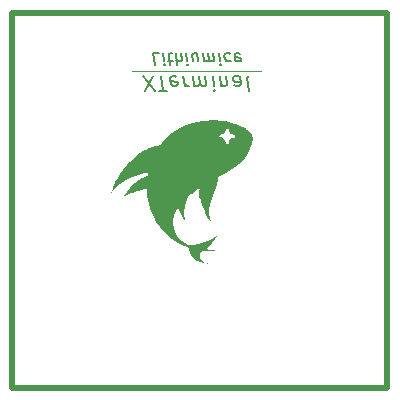
<source format=gbr>
%TF.GenerationSoftware,KiCad,Pcbnew,(6.0.0-rc1-323-gb9e66d8b98)*%
%TF.CreationDate,2021-12-09T23:12:50+08:00*%
%TF.ProjectId,Xterminal,58746572-6d69-46e6-916c-2e6b69636164,rev?*%
%TF.SameCoordinates,PXb340ac0PY76b1be0*%
%TF.FileFunction,Legend,Bot*%
%TF.FilePolarity,Positive*%
%FSLAX46Y46*%
G04 Gerber Fmt 4.6, Leading zero omitted, Abs format (unit mm)*
G04 Created by KiCad (PCBNEW (6.0.0-rc1-323-gb9e66d8b98)) date 2021-12-09 23:12:50*
%MOMM*%
%LPD*%
G01*
G04 APERTURE LIST*
%ADD10C,0.076200*%
%TA.AperFunction,Profile*%
%ADD11C,0.500000*%
%TD*%
%ADD12C,0.203200*%
%ADD13C,0.300000*%
G04 APERTURE END LIST*
D10*
X10083800Y26822400D02*
X21005800Y26822400D01*
D11*
X0Y31750000D02*
X31750000Y31750000D01*
X31750000Y31750000D02*
X31750000Y0D01*
X31750000Y0D02*
X0Y0D01*
X0Y0D02*
X0Y31750000D01*
D12*
X12406660Y28298020D02*
X11922850Y28298020D01*
X12049850Y27282020D01*
X12745326Y28298020D02*
X12829993Y27620686D01*
X12872326Y27282020D02*
X12817898Y27330400D01*
X12860231Y27378781D01*
X12914660Y27330400D01*
X12872326Y27282020D01*
X12860231Y27378781D01*
X13168660Y27620686D02*
X13555707Y27620686D01*
X13356136Y27282020D02*
X13247279Y28152877D01*
X13283565Y28249639D01*
X13374279Y28298020D01*
X13471041Y28298020D01*
X13809707Y28298020D02*
X13936707Y27282020D01*
X14245136Y28298020D02*
X14311660Y27765829D01*
X14275374Y27669067D01*
X14184660Y27620686D01*
X14039517Y27620686D01*
X13936707Y27669067D01*
X13882279Y27717448D01*
X14728945Y28298020D02*
X14813612Y27620686D01*
X14855945Y27282020D02*
X14801517Y27330400D01*
X14843850Y27378781D01*
X14898279Y27330400D01*
X14855945Y27282020D01*
X14843850Y27378781D01*
X15732850Y27620686D02*
X15648184Y28298020D01*
X15297422Y27620686D02*
X15230898Y28152877D01*
X15267184Y28249639D01*
X15357898Y28298020D01*
X15503041Y28298020D01*
X15605850Y28249639D01*
X15660279Y28201258D01*
X16131993Y28298020D02*
X16216660Y27620686D01*
X16204565Y27717448D02*
X16258993Y27669067D01*
X16361803Y27620686D01*
X16506945Y27620686D01*
X16597660Y27669067D01*
X16633945Y27765829D01*
X16567422Y28298020D01*
X16633945Y27765829D02*
X16694422Y27669067D01*
X16797231Y27620686D01*
X16942374Y27620686D01*
X17033088Y27669067D01*
X17069374Y27765829D01*
X17002850Y28298020D01*
X17486660Y28298020D02*
X17571326Y27620686D01*
X17613660Y27282020D02*
X17559231Y27330400D01*
X17601565Y27378781D01*
X17655993Y27330400D01*
X17613660Y27282020D01*
X17601565Y27378781D01*
X18411945Y28249639D02*
X18309136Y28298020D01*
X18115612Y28298020D01*
X18024898Y28249639D01*
X17982565Y28201258D01*
X17946279Y28104496D01*
X17982565Y27814210D01*
X18043041Y27717448D01*
X18097469Y27669067D01*
X18200279Y27620686D01*
X18393803Y27620686D01*
X18484517Y27669067D01*
X19234422Y28249639D02*
X19131612Y28298020D01*
X18938088Y28298020D01*
X18847374Y28249639D01*
X18811088Y28152877D01*
X18859469Y27765829D01*
X18919945Y27669067D01*
X19022755Y27620686D01*
X19216279Y27620686D01*
X19306993Y27669067D01*
X19343279Y27765829D01*
X19331184Y27862591D01*
X18835279Y27959353D01*
X11235077Y25110924D02*
X11922994Y26380924D01*
X12081744Y25110924D02*
X11076327Y26380924D01*
X12384125Y25110924D02*
X13109839Y25110924D01*
X12588232Y26380924D02*
X12746982Y25110924D01*
X13865791Y26320448D02*
X13737280Y26380924D01*
X13495375Y26380924D01*
X13381982Y26320448D01*
X13336625Y26199496D01*
X13397101Y25715686D01*
X13472696Y25594734D01*
X13601208Y25534258D01*
X13843113Y25534258D01*
X13956506Y25594734D01*
X14001863Y25715686D01*
X13986744Y25836639D01*
X13366863Y25957591D01*
X14462994Y26380924D02*
X14568827Y25534258D01*
X14538589Y25776162D02*
X14614184Y25655210D01*
X14682220Y25594734D01*
X14810732Y25534258D01*
X14931684Y25534258D01*
X15249184Y26380924D02*
X15355018Y25534258D01*
X15339899Y25655210D02*
X15407934Y25594734D01*
X15536446Y25534258D01*
X15717875Y25534258D01*
X15831268Y25594734D01*
X15876625Y25715686D01*
X15793470Y26380924D01*
X15876625Y25715686D02*
X15952220Y25594734D01*
X16080732Y25534258D01*
X16262161Y25534258D01*
X16375553Y25594734D01*
X16420911Y25715686D01*
X16337756Y26380924D01*
X16942518Y26380924D02*
X17048351Y25534258D01*
X17101268Y25110924D02*
X17033232Y25171400D01*
X17086149Y25231877D01*
X17154184Y25171400D01*
X17101268Y25110924D01*
X17086149Y25231877D01*
X17653113Y25534258D02*
X17547280Y26380924D01*
X17637994Y25655210D02*
X17706030Y25594734D01*
X17834541Y25534258D01*
X18015970Y25534258D01*
X18129363Y25594734D01*
X18174720Y25715686D01*
X18091565Y26380924D01*
X19240613Y26380924D02*
X19323768Y25715686D01*
X19278411Y25594734D01*
X19165018Y25534258D01*
X18923113Y25534258D01*
X18794601Y25594734D01*
X19248172Y26320448D02*
X19119661Y26380924D01*
X18817280Y26380924D01*
X18703887Y26320448D01*
X18658530Y26199496D01*
X18673649Y26078543D01*
X18749244Y25957591D01*
X18877756Y25897115D01*
X19180137Y25897115D01*
X19308649Y25836639D01*
X20026803Y26380924D02*
X19913411Y26320448D01*
X19868053Y26199496D01*
X20004125Y25110924D01*
D13*
%TO.C,G\u002A\u002A\u002A*%
X15998371Y17475200D02*
X16143514Y17547772D01*
X16361228Y17547772D01*
X16578942Y17475200D01*
X16724085Y17330058D01*
X16796657Y17184915D01*
X16869228Y16894629D01*
X16869228Y16676915D01*
X16796657Y16386629D01*
X16724085Y16241486D01*
X16578942Y16096343D01*
X16361228Y16023772D01*
X16216085Y16023772D01*
X15998371Y16096343D01*
X15925800Y16168915D01*
X15925800Y16676915D01*
X16216085Y16676915D01*
X15054942Y17547772D02*
X15054942Y17184915D01*
X15417800Y17330058D02*
X15054942Y17184915D01*
X14692085Y17330058D01*
X15272657Y16894629D02*
X15054942Y17184915D01*
X14837228Y16894629D01*
X13893800Y17547772D02*
X13893800Y17184915D01*
X14256657Y17330058D02*
X13893800Y17184915D01*
X13530942Y17330058D01*
X14111514Y16894629D02*
X13893800Y17184915D01*
X13676085Y16894629D01*
X12732657Y17547772D02*
X12732657Y17184915D01*
X13095514Y17330058D02*
X12732657Y17184915D01*
X12369800Y17330058D01*
X12950371Y16894629D02*
X12732657Y17184915D01*
X12514942Y16894629D01*
G36*
X14939492Y11706905D02*
G01*
X14921209Y11799552D01*
X14920346Y11804662D01*
X14917551Y11819769D01*
X14914927Y11831973D01*
X14913226Y11838307D01*
X14921383Y11838307D01*
X14922983Y11836707D01*
X14924583Y11838307D01*
X14922983Y11839907D01*
X14921383Y11838307D01*
X14913226Y11838307D01*
X14912736Y11840133D01*
X14911240Y11843107D01*
X14910719Y11843203D01*
X14905391Y11844833D01*
X14895257Y11848234D01*
X14881248Y11853085D01*
X14864295Y11859064D01*
X14845328Y11865851D01*
X14841939Y11867073D01*
X14690747Y11924702D01*
X15366155Y11924702D01*
X15367755Y11923102D01*
X15369355Y11924702D01*
X15367755Y11926302D01*
X15366155Y11924702D01*
X14690747Y11924702D01*
X14683753Y11927368D01*
X15354423Y11927368D01*
X15354892Y11926985D01*
X15358689Y11927368D01*
X15359190Y11928331D01*
X15356556Y11929501D01*
X15354862Y11929270D01*
X15354423Y11927368D01*
X14683753Y11927368D01*
X14677677Y11929684D01*
X14675584Y11930568D01*
X15341624Y11930568D01*
X15342092Y11930185D01*
X15345890Y11930568D01*
X15346390Y11931530D01*
X15343757Y11932701D01*
X15342063Y11932470D01*
X15341624Y11930568D01*
X14675584Y11930568D01*
X14668008Y11933768D01*
X15332024Y11933768D01*
X15332493Y11933385D01*
X15336291Y11933768D01*
X15336791Y11934730D01*
X15334157Y11935901D01*
X15332463Y11935670D01*
X15332024Y11933768D01*
X14668008Y11933768D01*
X14657194Y11938336D01*
X15319546Y11938336D01*
X15320758Y11936915D01*
X15322609Y11936404D01*
X15326891Y11937168D01*
X15326842Y11938260D01*
X15322691Y11938848D01*
X15319546Y11938336D01*
X14657194Y11938336D01*
X14652859Y11940167D01*
X15309626Y11940167D01*
X15310095Y11939784D01*
X15313892Y11940167D01*
X15314393Y11941130D01*
X15311759Y11942301D01*
X15310065Y11942070D01*
X15309626Y11940167D01*
X14652859Y11940167D01*
X14635226Y11947615D01*
X15287470Y11947615D01*
X15290960Y11945500D01*
X15295311Y11943978D01*
X15302159Y11942750D01*
X15304049Y11943385D01*
X15300559Y11945500D01*
X15296208Y11947023D01*
X15289360Y11948250D01*
X15287470Y11947615D01*
X14635226Y11947615D01*
X14630131Y11949767D01*
X15277628Y11949767D01*
X15278097Y11949384D01*
X15281894Y11949767D01*
X15282395Y11950729D01*
X15279761Y11951900D01*
X15278067Y11951669D01*
X15277628Y11949767D01*
X14630131Y11949767D01*
X14622555Y11952967D01*
X15268028Y11952967D01*
X15268497Y11952584D01*
X15272295Y11952967D01*
X15272795Y11953929D01*
X15270161Y11955100D01*
X15268467Y11954869D01*
X15268028Y11952967D01*
X14622555Y11952967D01*
X14589706Y11966842D01*
X15228048Y11966842D01*
X15231866Y11964698D01*
X15239763Y11961499D01*
X15245877Y11959364D01*
X15254956Y11956655D01*
X15260562Y11955596D01*
X15261077Y11956157D01*
X15257260Y11958301D01*
X15249363Y11961499D01*
X15243249Y11963635D01*
X15234169Y11966344D01*
X15228564Y11967403D01*
X15228048Y11966842D01*
X14589706Y11966842D01*
X14584677Y11968966D01*
X15216831Y11968966D01*
X15217300Y11968583D01*
X15221098Y11968966D01*
X15221598Y11969928D01*
X15218965Y11971099D01*
X15217271Y11970868D01*
X15216831Y11968966D01*
X14584677Y11968966D01*
X14577103Y11972165D01*
X15207232Y11972165D01*
X15207701Y11971782D01*
X15211498Y11972165D01*
X15211999Y11973128D01*
X15209365Y11974299D01*
X15207671Y11974068D01*
X15207232Y11972165D01*
X14577103Y11972165D01*
X14568265Y11975898D01*
X15199766Y11975898D01*
X15201366Y11974299D01*
X15202966Y11975898D01*
X15201366Y11977498D01*
X15199766Y11975898D01*
X14568265Y11975898D01*
X14560689Y11979098D01*
X15190166Y11979098D01*
X15191766Y11977498D01*
X15193366Y11979098D01*
X15191766Y11980698D01*
X15190166Y11979098D01*
X14560689Y11979098D01*
X14553113Y11982298D01*
X15180567Y11982298D01*
X15182167Y11980698D01*
X15183767Y11982298D01*
X15182167Y11983898D01*
X15180567Y11982298D01*
X14553113Y11982298D01*
X14515759Y11998076D01*
X14355921Y12072370D01*
X14197902Y12152687D01*
X14041439Y12239150D01*
X13939700Y12299291D01*
X13790134Y12393772D01*
X13643260Y12493840D01*
X13499306Y12599267D01*
X13358500Y12709824D01*
X13221069Y12825285D01*
X13087242Y12945421D01*
X12957245Y13070005D01*
X12831306Y13198809D01*
X12709654Y13331604D01*
X12592516Y13468164D01*
X12480119Y13608260D01*
X12372691Y13751664D01*
X12270460Y13898150D01*
X12173653Y14047488D01*
X12082498Y14199451D01*
X12043264Y14268797D01*
X11958179Y14428515D01*
X11878814Y14591052D01*
X11805193Y14756322D01*
X11737342Y14924240D01*
X11675287Y15094719D01*
X11619053Y15267673D01*
X11568664Y15443016D01*
X11524148Y15620661D01*
X11485529Y15800523D01*
X11452833Y15982515D01*
X11426086Y16166551D01*
X11405312Y16352545D01*
X11390537Y16540411D01*
X11390300Y16544236D01*
X11388451Y16576224D01*
X11386654Y16610740D01*
X11384955Y16646670D01*
X11383395Y16682900D01*
X11382020Y16718315D01*
X11380872Y16751801D01*
X11379995Y16782243D01*
X11379432Y16808528D01*
X11379228Y16829540D01*
X11379206Y16867484D01*
X11371556Y16865564D01*
X11370360Y16865253D01*
X11362188Y16862968D01*
X11348426Y16858994D01*
X11329493Y16853457D01*
X11305811Y16846483D01*
X11277802Y16838199D01*
X11245887Y16828731D01*
X11210487Y16818205D01*
X11172023Y16806747D01*
X11130917Y16794484D01*
X11087590Y16781543D01*
X11042462Y16768048D01*
X10995956Y16754128D01*
X10948493Y16739907D01*
X10900493Y16725513D01*
X10852378Y16711072D01*
X10804570Y16696709D01*
X10757489Y16682552D01*
X10711556Y16668726D01*
X10667194Y16655358D01*
X10624823Y16642575D01*
X10584864Y16630501D01*
X10547739Y16619265D01*
X10513869Y16608992D01*
X10483675Y16599808D01*
X10457578Y16591840D01*
X10436000Y16585213D01*
X10419362Y16580055D01*
X10342663Y16555740D01*
X10178557Y16501408D01*
X10012935Y16443543D01*
X9847766Y16382860D01*
X9685020Y16320075D01*
X9526669Y16255903D01*
X9520690Y16253423D01*
X9502567Y16245968D01*
X9486714Y16239539D01*
X9474037Y16234498D01*
X9465446Y16231208D01*
X9461848Y16230030D01*
X9461512Y16230400D01*
X9462662Y16234958D01*
X9466583Y16244245D01*
X9472959Y16257668D01*
X9481471Y16274635D01*
X9491803Y16294553D01*
X9503639Y16316829D01*
X9516661Y16340870D01*
X9530552Y16366085D01*
X9544995Y16391879D01*
X9559673Y16417661D01*
X9574270Y16442837D01*
X9588469Y16466816D01*
X9588559Y16466965D01*
X9665484Y16589117D01*
X9747472Y16707427D01*
X9834369Y16821758D01*
X9926019Y16931973D01*
X10022268Y17037935D01*
X10122961Y17139507D01*
X10227942Y17236552D01*
X10337056Y17328933D01*
X10450150Y17416513D01*
X10567067Y17499154D01*
X10687653Y17576719D01*
X10811753Y17649072D01*
X10939212Y17716075D01*
X11069875Y17777592D01*
X11100801Y17791091D01*
X11146945Y17810488D01*
X11194955Y17829890D01*
X11243566Y17848819D01*
X11291515Y17866792D01*
X11337538Y17883331D01*
X11380372Y17897955D01*
X11418753Y17910183D01*
X11420254Y17910641D01*
X11436204Y17915817D01*
X11446883Y17920047D01*
X11453195Y17923749D01*
X11456045Y17927338D01*
X11456048Y17927346D01*
X11457091Y17932210D01*
X11458734Y17942527D01*
X11460852Y17957395D01*
X11463322Y17975913D01*
X11466019Y17997178D01*
X11468820Y18020289D01*
X11470532Y18034567D01*
X11474080Y18063329D01*
X11477874Y18093184D01*
X11481672Y18122270D01*
X11485233Y18148723D01*
X11488315Y18170680D01*
X11488860Y18174458D01*
X11491628Y18193854D01*
X11494024Y18211030D01*
X11495909Y18224958D01*
X11497144Y18234610D01*
X11497589Y18238958D01*
X11497490Y18239894D01*
X11494693Y18241834D01*
X11487200Y18240947D01*
X11484391Y18240294D01*
X11473455Y18237482D01*
X11456998Y18233025D01*
X11435452Y18227049D01*
X11409251Y18219680D01*
X11378828Y18211044D01*
X11344616Y18201267D01*
X11307049Y18190475D01*
X11266559Y18178794D01*
X11223580Y18166350D01*
X11178545Y18153269D01*
X11131888Y18139676D01*
X11084042Y18125699D01*
X11035439Y18111462D01*
X10986514Y18097092D01*
X10937699Y18082714D01*
X10889429Y18068455D01*
X10842135Y18054441D01*
X10796251Y18040797D01*
X10752212Y18027650D01*
X10710449Y18015125D01*
X10629990Y17990787D01*
X10536749Y17962156D01*
X10449094Y17934717D01*
X10366668Y17908326D01*
X10289116Y17882843D01*
X10216080Y17858127D01*
X10147204Y17834038D01*
X10082131Y17810433D01*
X10020504Y17787172D01*
X9961967Y17764113D01*
X9906163Y17741117D01*
X9852736Y17718041D01*
X9801328Y17694745D01*
X9751584Y17671087D01*
X9703145Y17646926D01*
X9655657Y17622122D01*
X9608762Y17596534D01*
X9562103Y17570019D01*
X9515324Y17542438D01*
X9457713Y17507155D01*
X9330101Y17423620D01*
X9205442Y17334471D01*
X9083846Y17239805D01*
X8965423Y17139722D01*
X8850281Y17034319D01*
X8738530Y16923696D01*
X8630280Y16807949D01*
X8525639Y16687179D01*
X8424718Y16561483D01*
X8412060Y16545134D01*
X8398639Y16527868D01*
X8386698Y16512576D01*
X8376845Y16500033D01*
X8369683Y16491012D01*
X8365821Y16486288D01*
X8364571Y16485063D01*
X8363439Y16485349D01*
X8363804Y16489192D01*
X8365797Y16497086D01*
X8369551Y16509525D01*
X8375197Y16527002D01*
X8382867Y16550010D01*
X8398301Y16595344D01*
X8468140Y16788455D01*
X8544074Y16980072D01*
X8625920Y17169799D01*
X8713495Y17357243D01*
X8806616Y17542008D01*
X8905101Y17723700D01*
X9008768Y17901925D01*
X9020802Y17921833D01*
X9122984Y18084931D01*
X9229605Y18244868D01*
X9340444Y18401395D01*
X9455279Y18554262D01*
X9573889Y18703221D01*
X9696051Y18848023D01*
X9821544Y18988419D01*
X9950148Y19124161D01*
X10081639Y19255000D01*
X10215797Y19380687D01*
X10352400Y19500974D01*
X10491226Y19615610D01*
X10632054Y19724349D01*
X10663401Y19747561D01*
X10791879Y19839237D01*
X10919340Y19924595D01*
X11045787Y20003636D01*
X11171217Y20076360D01*
X11295631Y20142767D01*
X11419029Y20202856D01*
X11541411Y20256628D01*
X11662775Y20304082D01*
X11783123Y20345218D01*
X11902453Y20380036D01*
X12020766Y20408536D01*
X12021397Y20408672D01*
X12040569Y20412771D01*
X12064080Y20417761D01*
X12091222Y20423494D01*
X12121289Y20429823D01*
X12153574Y20436601D01*
X12187371Y20443680D01*
X12221972Y20450912D01*
X12256671Y20458152D01*
X12290761Y20465251D01*
X12323536Y20472061D01*
X12354289Y20478437D01*
X12382313Y20484230D01*
X12406902Y20489293D01*
X12427349Y20493479D01*
X12442947Y20496640D01*
X12452989Y20498630D01*
X12472439Y20502378D01*
X12520176Y20566866D01*
X12533969Y20585401D01*
X12639314Y20720914D01*
X12749636Y20852487D01*
X12864736Y20979905D01*
X12984412Y21102952D01*
X13108463Y21221414D01*
X13180715Y21285459D01*
X17515933Y21285459D01*
X17520787Y21267220D01*
X17531344Y21250768D01*
X17534323Y21247404D01*
X17541666Y21240347D01*
X17549951Y21234590D01*
X17560252Y21229671D01*
X17573645Y21225129D01*
X17591208Y21220503D01*
X17614014Y21215331D01*
X17649278Y21206986D01*
X17700335Y21191910D01*
X17746700Y21174079D01*
X17789211Y21153058D01*
X17828708Y21128414D01*
X17866028Y21099714D01*
X17902011Y21066526D01*
X17936606Y21028810D01*
X17969117Y20985464D01*
X17996371Y20939351D01*
X18018907Y20889658D01*
X18021071Y20883874D01*
X18026292Y20868527D01*
X18032445Y20849058D01*
X18039110Y20826848D01*
X18045869Y20803277D01*
X18052301Y20779728D01*
X18058088Y20758211D01*
X18065082Y20733359D01*
X18071237Y20713302D01*
X18076884Y20697199D01*
X18082352Y20684211D01*
X18087968Y20673497D01*
X18094064Y20664220D01*
X18100966Y20655537D01*
X18104136Y20652015D01*
X18121129Y20637058D01*
X18141516Y20623935D01*
X18163544Y20613509D01*
X18185461Y20606638D01*
X18205514Y20604186D01*
X18221268Y20606567D01*
X18239732Y20614234D01*
X18258136Y20626305D01*
X18275479Y20641870D01*
X18290762Y20660016D01*
X18302984Y20679834D01*
X18311144Y20700411D01*
X18311331Y20701103D01*
X18313166Y20709014D01*
X18315968Y20722290D01*
X18319579Y20740126D01*
X18323838Y20761714D01*
X18328587Y20786250D01*
X18333666Y20812927D01*
X18338917Y20840940D01*
X18339830Y20845841D01*
X18345046Y20873509D01*
X18350062Y20899577D01*
X18354720Y20923264D01*
X18358862Y20943785D01*
X18362331Y20960359D01*
X18364969Y20972202D01*
X18366619Y20978531D01*
X18374467Y20998069D01*
X18391311Y21027100D01*
X18412933Y21053526D01*
X18438402Y21076425D01*
X18466788Y21094872D01*
X18497159Y21107944D01*
X18498910Y21108439D01*
X18507672Y21110380D01*
X18521706Y21113097D01*
X18540242Y21116455D01*
X18562508Y21120320D01*
X18587736Y21124557D01*
X18615155Y21129031D01*
X18643993Y21133608D01*
X18669649Y21137637D01*
X18698072Y21142166D01*
X18721329Y21145984D01*
X18740077Y21149222D01*
X18754976Y21152014D01*
X18766683Y21154491D01*
X18775859Y21156785D01*
X18783160Y21159030D01*
X18789246Y21161357D01*
X18794775Y21163898D01*
X18795059Y21164039D01*
X18817301Y21178547D01*
X18836009Y21197917D01*
X18850223Y21221156D01*
X18852025Y21225088D01*
X18855068Y21232777D01*
X18857025Y21240437D01*
X18858132Y21249675D01*
X18858624Y21262098D01*
X18858735Y21279312D01*
X18858716Y21288064D01*
X18858457Y21302824D01*
X18857709Y21313548D01*
X18856235Y21321847D01*
X18853797Y21329330D01*
X18850160Y21337607D01*
X18845578Y21346114D01*
X18836562Y21359727D01*
X18827038Y21371454D01*
X18821477Y21377258D01*
X18814967Y21383395D01*
X18808160Y21388682D01*
X18800389Y21393349D01*
X18790991Y21397625D01*
X18779299Y21401739D01*
X18764649Y21405919D01*
X18746376Y21410396D01*
X18723814Y21415397D01*
X18696299Y21421153D01*
X18663165Y21427891D01*
X18635793Y21433494D01*
X18609539Y21439006D01*
X18585366Y21444217D01*
X18564114Y21448939D01*
X18546622Y21452986D01*
X18533730Y21456172D01*
X18526277Y21458309D01*
X18504312Y21467376D01*
X18472599Y21485485D01*
X18443292Y21508205D01*
X18417909Y21534470D01*
X18412155Y21541642D01*
X18405421Y21550875D01*
X18399155Y21560746D01*
X18393108Y21571867D01*
X18387032Y21584850D01*
X18380679Y21600308D01*
X18373799Y21618854D01*
X18366144Y21641100D01*
X18357466Y21667658D01*
X18347516Y21699141D01*
X18336045Y21736162D01*
X18330231Y21754938D01*
X18321539Y21782617D01*
X18313334Y21808284D01*
X18305845Y21831256D01*
X18299297Y21850845D01*
X18293919Y21866367D01*
X18289937Y21877134D01*
X18287580Y21882460D01*
X18282057Y21890155D01*
X18268062Y21904458D01*
X18251365Y21916897D01*
X18234325Y21925565D01*
X18227905Y21927692D01*
X18208153Y21931186D01*
X18185316Y21930930D01*
X18158329Y21926942D01*
X18146378Y21924044D01*
X18132423Y21918304D01*
X18118489Y21909128D01*
X18100088Y21894562D01*
X18082076Y21878079D01*
X18068413Y21862267D01*
X18058249Y21846116D01*
X18050734Y21828615D01*
X18050267Y21827183D01*
X18047778Y21817686D01*
X18044591Y21803399D01*
X18040960Y21785556D01*
X18037139Y21765388D01*
X18033379Y21744128D01*
X18032659Y21739930D01*
X18028775Y21718269D01*
X18024807Y21697555D01*
X18021028Y21679133D01*
X18017711Y21664345D01*
X18015131Y21654534D01*
X18009489Y21638136D01*
X17991915Y21600890D01*
X17968672Y21566503D01*
X17939912Y21535216D01*
X17930197Y21526285D01*
X17914089Y21512737D01*
X17898000Y21501168D01*
X17881022Y21491171D01*
X17862245Y21482338D01*
X17840762Y21474262D01*
X17815664Y21466537D01*
X17786043Y21458753D01*
X17750990Y21450505D01*
X17736180Y21447151D01*
X17712859Y21441863D01*
X17690768Y21436846D01*
X17671162Y21432386D01*
X17655292Y21428766D01*
X17644412Y21426272D01*
X17622334Y21420058D01*
X17592004Y21406935D01*
X17566341Y21389613D01*
X17545479Y21368188D01*
X17529550Y21342757D01*
X17523307Y21328599D01*
X17516775Y21305810D01*
X17515933Y21285459D01*
X13180715Y21285459D01*
X13236689Y21335075D01*
X13237783Y21336008D01*
X13359505Y21436008D01*
X13486752Y21533087D01*
X13619288Y21627110D01*
X13756880Y21717944D01*
X13899291Y21805454D01*
X14046288Y21889506D01*
X14197635Y21969965D01*
X14353098Y22046697D01*
X14512441Y22119567D01*
X14675430Y22188443D01*
X14841830Y22253188D01*
X14894851Y22272672D01*
X15045691Y22324982D01*
X15196374Y22372536D01*
X15347696Y22415526D01*
X15500455Y22454145D01*
X15655446Y22488587D01*
X15813467Y22519046D01*
X15975314Y22545715D01*
X16141784Y22568787D01*
X16153084Y22570198D01*
X16219516Y22577960D01*
X16290669Y22585449D01*
X16365319Y22592572D01*
X16442240Y22599238D01*
X16520207Y22605354D01*
X16597995Y22610829D01*
X16674380Y22615570D01*
X16748135Y22619485D01*
X16818037Y22622483D01*
X16882860Y22624470D01*
X16890282Y22624618D01*
X16913129Y22624862D01*
X16940873Y22624928D01*
X16972436Y22624832D01*
X17006741Y22624587D01*
X17042712Y22624208D01*
X17079273Y22623707D01*
X17115347Y22623100D01*
X17149857Y22622401D01*
X17181726Y22621623D01*
X17209879Y22620781D01*
X17233238Y22619889D01*
X17275256Y22617878D01*
X17468863Y22604750D01*
X17662115Y22585280D01*
X17855091Y22559457D01*
X18047872Y22527271D01*
X18240535Y22488708D01*
X18433162Y22443757D01*
X18436908Y22442819D01*
X18541918Y22415159D01*
X18649456Y22384207D01*
X18759920Y22349830D01*
X18873712Y22311896D01*
X18991229Y22270272D01*
X19112870Y22224825D01*
X19239035Y22175422D01*
X19259402Y22167217D01*
X19363972Y22123205D01*
X19464019Y22077869D01*
X19559232Y22031371D01*
X19649300Y21983876D01*
X19733911Y21935545D01*
X19812755Y21886543D01*
X19885519Y21837030D01*
X19900848Y21825949D01*
X19967355Y21774305D01*
X20028644Y21720416D01*
X20085593Y21663415D01*
X20139079Y21602435D01*
X20189980Y21536612D01*
X20199935Y21522855D01*
X20213079Y21504204D01*
X20223671Y21488257D01*
X20232564Y21473576D01*
X20240609Y21458726D01*
X20248661Y21442270D01*
X20257571Y21422774D01*
X20260307Y21416596D01*
X20283087Y21359386D01*
X20302258Y21300355D01*
X20317281Y21241342D01*
X20327616Y21184183D01*
X20333138Y21129560D01*
X20334791Y21064507D01*
X20331681Y20995402D01*
X20323830Y20922342D01*
X20311259Y20845420D01*
X20293986Y20764733D01*
X20272035Y20680375D01*
X20245424Y20592442D01*
X20214175Y20501028D01*
X20178308Y20406229D01*
X20137844Y20308140D01*
X20125027Y20278494D01*
X20092749Y20205803D01*
X20059529Y20133634D01*
X20025765Y20062787D01*
X19991857Y19994064D01*
X19958205Y19928264D01*
X19925206Y19866188D01*
X19893260Y19808637D01*
X19862767Y19756411D01*
X19838170Y19716319D01*
X19780605Y19628342D01*
X19718811Y19541647D01*
X19652555Y19455980D01*
X19581606Y19371087D01*
X19505730Y19286715D01*
X19424696Y19202610D01*
X19338271Y19118519D01*
X19246222Y19034189D01*
X19148317Y18949365D01*
X19044324Y18863795D01*
X19038622Y18859221D01*
X18976535Y18810078D01*
X18913359Y18761312D01*
X18848817Y18712742D01*
X18782630Y18664190D01*
X18714520Y18615476D01*
X18644210Y18566421D01*
X18571421Y18516846D01*
X18495875Y18466571D01*
X18417294Y18415418D01*
X18335400Y18363207D01*
X18249915Y18309758D01*
X18160562Y18254893D01*
X18067061Y18198431D01*
X17969135Y18140195D01*
X17866506Y18080004D01*
X17758895Y18017680D01*
X17646026Y17953043D01*
X17527619Y17885913D01*
X17518650Y17880851D01*
X17494829Y17867402D01*
X17473022Y17855085D01*
X17453824Y17844233D01*
X17437827Y17835184D01*
X17425625Y17828273D01*
X17417810Y17823835D01*
X17414977Y17822205D01*
X17414629Y17820163D01*
X17413755Y17812679D01*
X17412500Y17800696D01*
X17410971Y17785260D01*
X17409278Y17767417D01*
X17397295Y17656281D01*
X17379056Y17527388D01*
X17355967Y17398012D01*
X17354404Y17390101D01*
X17342510Y17332772D01*
X17330237Y17279088D01*
X17317196Y17227728D01*
X17302998Y17177373D01*
X17287254Y17126701D01*
X17269575Y17074393D01*
X17249572Y17019128D01*
X17226858Y16959585D01*
X17213039Y16924094D01*
X17190336Y16865678D01*
X17169510Y16811902D01*
X17150316Y16762097D01*
X17132511Y16715594D01*
X17115851Y16671722D01*
X17100093Y16629812D01*
X17084993Y16589196D01*
X17070308Y16549202D01*
X17055793Y16509163D01*
X17041205Y16468407D01*
X17026302Y16426267D01*
X17010838Y16382071D01*
X16994570Y16335151D01*
X16977256Y16284838D01*
X16958651Y16230461D01*
X16938511Y16171351D01*
X16916594Y16106838D01*
X16889192Y16025672D01*
X16861818Y15943523D01*
X16836622Y15866604D01*
X16813514Y15794539D01*
X16792408Y15726952D01*
X16773214Y15663468D01*
X16755845Y15603710D01*
X16740213Y15547304D01*
X16726229Y15493872D01*
X16713806Y15443040D01*
X16702856Y15394432D01*
X16693290Y15347672D01*
X16685020Y15302384D01*
X16677959Y15258192D01*
X16672018Y15214722D01*
X16667110Y15171596D01*
X16663146Y15128440D01*
X16660038Y15084877D01*
X16657698Y15040532D01*
X16656038Y14995029D01*
X16655134Y14876059D01*
X16660086Y14746076D01*
X16671280Y14616424D01*
X16688741Y14486915D01*
X16712496Y14357360D01*
X16742570Y14227573D01*
X16778988Y14097365D01*
X16783525Y14082424D01*
X16790156Y14060551D01*
X16795151Y14043887D01*
X16798636Y14031846D01*
X16800741Y14023839D01*
X16801591Y14019280D01*
X16801317Y14017581D01*
X16800045Y14018154D01*
X16797904Y14020413D01*
X16795021Y14023769D01*
X16794000Y14024981D01*
X16787664Y14033088D01*
X16778365Y14045569D01*
X16766624Y14061690D01*
X16752959Y14080713D01*
X16737890Y14101904D01*
X16721936Y14124526D01*
X16705617Y14147844D01*
X16689452Y14171121D01*
X16673960Y14193623D01*
X16659661Y14214614D01*
X16647075Y14233356D01*
X16585386Y14328532D01*
X16496062Y14475811D01*
X16412112Y14626131D01*
X16333648Y14779228D01*
X16260778Y14934840D01*
X16193612Y15092705D01*
X16132261Y15252559D01*
X16076834Y15414141D01*
X16027442Y15577187D01*
X15984193Y15741434D01*
X15947199Y15906621D01*
X15931050Y15988978D01*
X15911237Y16102423D01*
X15894979Y16212861D01*
X15882150Y16321563D01*
X15872625Y16429800D01*
X15866280Y16538843D01*
X15862987Y16649962D01*
X15862624Y16764430D01*
X15863864Y16901010D01*
X15842995Y16887620D01*
X15814040Y16868997D01*
X15692115Y16789553D01*
X15575883Y16712092D01*
X15465089Y16636430D01*
X15359477Y16562383D01*
X15258793Y16489768D01*
X15162781Y16418401D01*
X15071187Y16348100D01*
X14983754Y16278680D01*
X14900229Y16209959D01*
X14849726Y16167634D01*
X14827598Y16119637D01*
X14791815Y16039044D01*
X14739283Y15907962D01*
X14692690Y15774600D01*
X14652083Y15639133D01*
X14617507Y15501734D01*
X14589010Y15362579D01*
X14566639Y15221844D01*
X14550439Y15079703D01*
X14545525Y15019230D01*
X14539030Y14887350D01*
X14538042Y14753683D01*
X14542506Y14619133D01*
X14552362Y14484603D01*
X14567554Y14350996D01*
X14588023Y14219216D01*
X14613712Y14090165D01*
X14614762Y14085383D01*
X14617079Y14074331D01*
X14618531Y14066647D01*
X14618838Y14063767D01*
X14618518Y14064079D01*
X14615441Y14068337D01*
X14609532Y14077026D01*
X14601255Y14089433D01*
X14591074Y14104846D01*
X14579454Y14122555D01*
X14566858Y14141845D01*
X14553751Y14162007D01*
X14540598Y14182327D01*
X14527861Y14202093D01*
X14516005Y14220595D01*
X14505495Y14237120D01*
X14496795Y14250955D01*
X14416115Y14384131D01*
X14327260Y14540126D01*
X14242506Y14699143D01*
X14162399Y14860118D01*
X14087482Y15021990D01*
X14018302Y15183696D01*
X14016463Y15188181D01*
X14008607Y15207338D01*
X14001408Y15224889D01*
X13995308Y15239756D01*
X13990751Y15250860D01*
X13988180Y15257121D01*
X13983643Y15268150D01*
X13960313Y15233123D01*
X13909196Y15152259D01*
X13859252Y15063642D01*
X13814050Y14972434D01*
X13773416Y14878194D01*
X13737174Y14780485D01*
X13705148Y14678866D01*
X13677165Y14572898D01*
X13653048Y14462142D01*
X13647680Y14433939D01*
X13630707Y14328527D01*
X13618790Y14223430D01*
X13611777Y14117058D01*
X13609515Y14007825D01*
X13609540Y13996061D01*
X13610197Y13942165D01*
X13611838Y13892434D01*
X13614586Y13845059D01*
X13618566Y13798233D01*
X13623901Y13750146D01*
X13630716Y13698990D01*
X13636628Y13660173D01*
X13657721Y13549625D01*
X13684736Y13441400D01*
X13717601Y13335606D01*
X13756246Y13232355D01*
X13800598Y13131758D01*
X13850585Y13033924D01*
X13906136Y12938966D01*
X13967179Y12846992D01*
X14033641Y12758114D01*
X14105451Y12672442D01*
X14182538Y12590088D01*
X14264828Y12511160D01*
X14352251Y12435771D01*
X14444735Y12364031D01*
X14542207Y12296049D01*
X14618810Y12247453D01*
X14704801Y12197138D01*
X14793375Y12149378D01*
X14882640Y12105190D01*
X14970708Y12065592D01*
X14999235Y12053449D01*
X15041104Y12055600D01*
X15161048Y12063605D01*
X15316579Y12079367D01*
X15472494Y12101141D01*
X15628183Y12128805D01*
X15783038Y12162235D01*
X15936448Y12201310D01*
X16087806Y12245908D01*
X16236500Y12295904D01*
X16287212Y12314425D01*
X16435938Y12373105D01*
X16582940Y12437604D01*
X16727699Y12507653D01*
X16869697Y12582982D01*
X17008418Y12663319D01*
X17143343Y12748395D01*
X17273956Y12837940D01*
X17282269Y12843852D01*
X17295371Y12853043D01*
X17306084Y12860396D01*
X17313475Y12865275D01*
X17316611Y12867042D01*
X17316737Y12866919D01*
X17315513Y12863152D01*
X17311539Y12854604D01*
X17305158Y12841920D01*
X17296713Y12825745D01*
X17286550Y12806723D01*
X17275010Y12785498D01*
X17262438Y12762715D01*
X17249178Y12739018D01*
X17235572Y12715052D01*
X17229423Y12704337D01*
X17159254Y12586955D01*
X17086235Y12473743D01*
X17009664Y12363726D01*
X16928839Y12255929D01*
X16843058Y12149376D01*
X16751619Y12043094D01*
X16737219Y12027264D01*
X16718872Y12007718D01*
X16697292Y11985174D01*
X16673174Y11960326D01*
X16647211Y11933870D01*
X16620099Y11906501D01*
X16592530Y11878912D01*
X16565200Y11851799D01*
X16538803Y11825856D01*
X16514032Y11801778D01*
X16491583Y11780259D01*
X16472148Y11761995D01*
X16456423Y11747680D01*
X16456422Y11747680D01*
X16442722Y11735263D01*
X16431207Y11724331D01*
X16422543Y11715560D01*
X16417394Y11709621D01*
X16416425Y11707189D01*
X16416697Y11707112D01*
X16421918Y11706153D01*
X16432574Y11704469D01*
X16447880Y11702170D01*
X16467051Y11699368D01*
X16489300Y11696174D01*
X16513843Y11692697D01*
X16539894Y11689049D01*
X16566667Y11685340D01*
X16593377Y11681681D01*
X16619238Y11678184D01*
X16643466Y11674957D01*
X16665273Y11672113D01*
X16682382Y11669937D01*
X16735853Y11663399D01*
X16792729Y11656801D01*
X16851621Y11650285D01*
X16911139Y11643997D01*
X16969891Y11638082D01*
X17026486Y11632684D01*
X17079534Y11627948D01*
X17127644Y11624018D01*
X17129030Y11623912D01*
X17156130Y11621787D01*
X17177235Y11620017D01*
X17192718Y11618520D01*
X17202952Y11617214D01*
X17208311Y11616018D01*
X17209166Y11614849D01*
X17205891Y11613627D01*
X17198858Y11612269D01*
X17188441Y11610693D01*
X17174129Y11608746D01*
X17144218Y11605103D01*
X17109429Y11601303D01*
X17070734Y11597431D01*
X17029103Y11593572D01*
X16985506Y11589812D01*
X16940913Y11586236D01*
X16896295Y11582930D01*
X16852622Y11579979D01*
X16810864Y11577468D01*
X16802280Y11577015D01*
X16771735Y11575713D01*
X16736305Y11574585D01*
X16697117Y11573641D01*
X16655300Y11572891D01*
X16611980Y11572343D01*
X16568287Y11572008D01*
X16525348Y11571895D01*
X16484290Y11572014D01*
X16446243Y11572373D01*
X16412334Y11572984D01*
X16383691Y11573854D01*
X16370903Y11574334D01*
X16344442Y11575163D01*
X16323324Y11575566D01*
X16307809Y11575542D01*
X16298157Y11575091D01*
X16294630Y11574212D01*
X16292890Y11573019D01*
X16286244Y11571655D01*
X16276549Y11571124D01*
X16259479Y11570298D01*
X16232797Y11566804D01*
X16203105Y11560928D01*
X16171899Y11553058D01*
X16140677Y11543581D01*
X16110933Y11532883D01*
X16084164Y11521353D01*
X16050908Y11503586D01*
X16010815Y11476730D01*
X15973901Y11445791D01*
X15940946Y11411514D01*
X15912733Y11374648D01*
X15890044Y11335939D01*
X15883489Y11321131D01*
X15876163Y11301569D01*
X15869080Y11280042D01*
X15862967Y11258763D01*
X15858549Y11239945D01*
X15856654Y11227822D01*
X15854712Y11205079D01*
X15853924Y11178929D01*
X15854257Y11151117D01*
X15855678Y11123388D01*
X15858154Y11097486D01*
X15861652Y11075155D01*
X15871728Y11032014D01*
X15888927Y10978130D01*
X15910859Y10927260D01*
X15937855Y10878822D01*
X15970250Y10832236D01*
X16008377Y10786919D01*
X16052569Y10742291D01*
X16060226Y10735182D01*
X16117480Y10686990D01*
X16178882Y10643636D01*
X16244351Y10605160D01*
X16313807Y10571603D01*
X16387167Y10543002D01*
X16464352Y10519398D01*
X16545281Y10500832D01*
X16586878Y10492773D01*
X16521283Y10494322D01*
X16512010Y10494565D01*
X16405195Y10500825D01*
X16299159Y10513417D01*
X16194016Y10532312D01*
X16089877Y10557478D01*
X15986855Y10588886D01*
X15885063Y10626505D01*
X15784613Y10670304D01*
X15685617Y10720254D01*
X15630771Y10751089D01*
X15552687Y10799835D01*
X15479614Y10851721D01*
X15410989Y10907211D01*
X15346252Y10966770D01*
X15284840Y11030863D01*
X15226192Y11099953D01*
X15225889Y11100332D01*
X15210042Y11120934D01*
X15192069Y11145598D01*
X15172973Y11172845D01*
X15153755Y11201197D01*
X15135419Y11229175D01*
X15118966Y11255302D01*
X15105399Y11278100D01*
X15067219Y11349556D01*
X15027732Y11435112D01*
X14993071Y11523787D01*
X14974890Y11579772D01*
X16251298Y11579772D01*
X16251700Y11578604D01*
X16253148Y11578182D01*
X16259699Y11578604D01*
X16260242Y11579715D01*
X16255699Y11580218D01*
X16251298Y11579772D01*
X14974890Y11579772D01*
X14963552Y11614684D01*
X14939492Y11706905D01*
G37*
%TD*%
M02*

</source>
